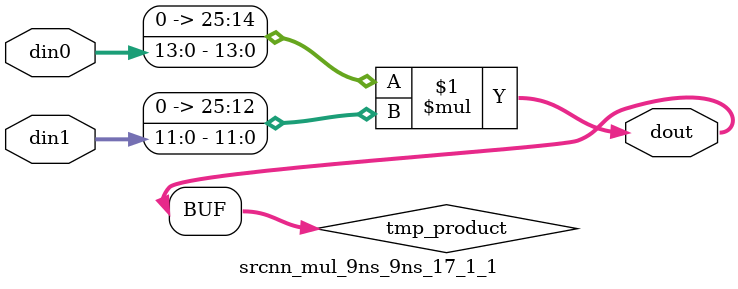
<source format=v>

`timescale 1 ns / 1 ps

  module srcnn_mul_9ns_9ns_17_1_1(din0, din1, dout);
parameter ID = 1;
parameter NUM_STAGE = 0;
parameter din0_WIDTH = 14;
parameter din1_WIDTH = 12;
parameter dout_WIDTH = 26;

input [din0_WIDTH - 1 : 0] din0; 
input [din1_WIDTH - 1 : 0] din1; 
output [dout_WIDTH - 1 : 0] dout;

wire signed [dout_WIDTH - 1 : 0] tmp_product;










assign tmp_product = $signed({1'b0, din0}) * $signed({1'b0, din1});











assign dout = tmp_product;







endmodule

</source>
